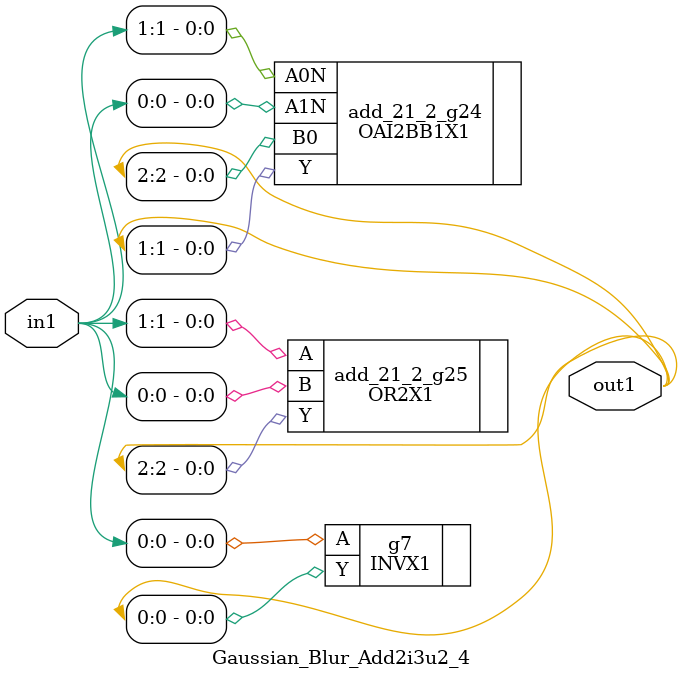
<source format=v>
`timescale 1ps / 1ps


module Gaussian_Blur_Add2i3u2_4(in1, out1);
  input [1:0] in1;
  output [2:0] out1;
  wire [1:0] in1;
  wire [2:0] out1;
  INVX1 g7(.A (in1[0]), .Y (out1[0]));
  OAI2BB1X1 add_21_2_g24(.A0N (in1[1]), .A1N (in1[0]), .B0 (out1[2]),
       .Y (out1[1]));
  OR2X1 add_21_2_g25(.A (in1[1]), .B (in1[0]), .Y (out1[2]));
endmodule


</source>
